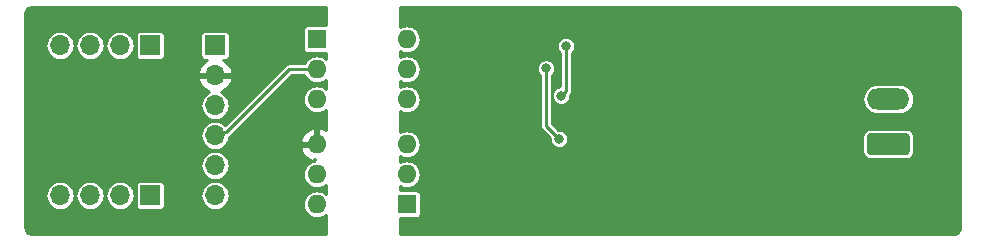
<source format=gbr>
G04 #@! TF.GenerationSoftware,KiCad,Pcbnew,5.1.4-e60b266~84~ubuntu18.04.1*
G04 #@! TF.CreationDate,2019-08-12T17:35:48+02:00*
G04 #@! TF.ProjectId,ebuzzz-adapter,6562757a-7a7a-42d6-9164-61707465722e,rev?*
G04 #@! TF.SameCoordinates,Original*
G04 #@! TF.FileFunction,Copper,L2,Bot*
G04 #@! TF.FilePolarity,Positive*
%FSLAX46Y46*%
G04 Gerber Fmt 4.6, Leading zero omitted, Abs format (unit mm)*
G04 Created by KiCad (PCBNEW 5.1.4-e60b266~84~ubuntu18.04.1) date 2019-08-12 17:35:48*
%MOMM*%
%LPD*%
G04 APERTURE LIST*
%ADD10R,1.700000X1.700000*%
%ADD11O,1.700000X1.700000*%
%ADD12C,0.100000*%
%ADD13C,1.800000*%
%ADD14O,3.600000X1.800000*%
%ADD15R,1.600000X1.600000*%
%ADD16O,1.600000X1.600000*%
%ADD17C,0.800000*%
%ADD18C,0.250000*%
%ADD19C,0.254000*%
G04 APERTURE END LIST*
D10*
X104000000Y-72644000D03*
D11*
X101460000Y-72644000D03*
X98920000Y-72644000D03*
X96380000Y-72644000D03*
X96380000Y-85344000D03*
X98920000Y-85344000D03*
X101460000Y-85344000D03*
D10*
X104000000Y-85344000D03*
X109500000Y-72644000D03*
D11*
X109500000Y-75184000D03*
X109500000Y-77724000D03*
X109500000Y-80264000D03*
X109500000Y-82804000D03*
X109500000Y-85344000D03*
D12*
G36*
X168074504Y-80101204D02*
G01*
X168098773Y-80104804D01*
X168122571Y-80110765D01*
X168145671Y-80119030D01*
X168167849Y-80129520D01*
X168188893Y-80142133D01*
X168208598Y-80156747D01*
X168226777Y-80173223D01*
X168243253Y-80191402D01*
X168257867Y-80211107D01*
X168270480Y-80232151D01*
X168280970Y-80254329D01*
X168289235Y-80277429D01*
X168295196Y-80301227D01*
X168298796Y-80325496D01*
X168300000Y-80350000D01*
X168300000Y-81650000D01*
X168298796Y-81674504D01*
X168295196Y-81698773D01*
X168289235Y-81722571D01*
X168280970Y-81745671D01*
X168270480Y-81767849D01*
X168257867Y-81788893D01*
X168243253Y-81808598D01*
X168226777Y-81826777D01*
X168208598Y-81843253D01*
X168188893Y-81857867D01*
X168167849Y-81870480D01*
X168145671Y-81880970D01*
X168122571Y-81889235D01*
X168098773Y-81895196D01*
X168074504Y-81898796D01*
X168050000Y-81900000D01*
X164950000Y-81900000D01*
X164925496Y-81898796D01*
X164901227Y-81895196D01*
X164877429Y-81889235D01*
X164854329Y-81880970D01*
X164832151Y-81870480D01*
X164811107Y-81857867D01*
X164791402Y-81843253D01*
X164773223Y-81826777D01*
X164756747Y-81808598D01*
X164742133Y-81788893D01*
X164729520Y-81767849D01*
X164719030Y-81745671D01*
X164710765Y-81722571D01*
X164704804Y-81698773D01*
X164701204Y-81674504D01*
X164700000Y-81650000D01*
X164700000Y-80350000D01*
X164701204Y-80325496D01*
X164704804Y-80301227D01*
X164710765Y-80277429D01*
X164719030Y-80254329D01*
X164729520Y-80232151D01*
X164742133Y-80211107D01*
X164756747Y-80191402D01*
X164773223Y-80173223D01*
X164791402Y-80156747D01*
X164811107Y-80142133D01*
X164832151Y-80129520D01*
X164854329Y-80119030D01*
X164877429Y-80110765D01*
X164901227Y-80104804D01*
X164925496Y-80101204D01*
X164950000Y-80100000D01*
X168050000Y-80100000D01*
X168074504Y-80101204D01*
X168074504Y-80101204D01*
G37*
D13*
X166500000Y-81000000D03*
D14*
X166500000Y-77190000D03*
D15*
X118110000Y-72136000D03*
D16*
X125730000Y-77216000D03*
X118110000Y-74676000D03*
X125730000Y-74676000D03*
X118110000Y-77216000D03*
X125730000Y-72136000D03*
X118110000Y-86106000D03*
X125730000Y-81026000D03*
X118110000Y-83566000D03*
X125730000Y-83566000D03*
X118110000Y-81026000D03*
D15*
X125730000Y-86106000D03*
D17*
X160750000Y-71500000D03*
X149800000Y-86400000D03*
X134600000Y-78800000D03*
X146650000Y-76490000D03*
X129350000Y-81300000D03*
X132400000Y-74650000D03*
X155800000Y-82300000D03*
X138800000Y-76900000D03*
X139199999Y-72700001D03*
X138640000Y-80590000D03*
X137510000Y-74600000D03*
D18*
X139199999Y-76500001D02*
X139199999Y-72700001D01*
X138800000Y-76900000D02*
X139199999Y-76500001D01*
X137510000Y-74600000D02*
X137510000Y-79460000D01*
X137510000Y-79460000D02*
X138640000Y-80590000D01*
X109220000Y-80010000D02*
X110440000Y-80010000D01*
X115774000Y-74676000D02*
X118110000Y-74676000D01*
X110440000Y-80010000D02*
X115774000Y-74676000D01*
D19*
G36*
X172114994Y-69419222D02*
G01*
X172225614Y-69452620D01*
X172327639Y-69506868D01*
X172417179Y-69579895D01*
X172490833Y-69668925D01*
X172545792Y-69770572D01*
X172579960Y-69880949D01*
X172594001Y-70014537D01*
X172594000Y-87980146D01*
X172580778Y-88114994D01*
X172547379Y-88225615D01*
X172493132Y-88327639D01*
X172420106Y-88417179D01*
X172331072Y-88490834D01*
X172229428Y-88545792D01*
X172119051Y-88579960D01*
X171985472Y-88594000D01*
X125127000Y-88594000D01*
X125127000Y-87288843D01*
X126530000Y-87288843D01*
X126604689Y-87281487D01*
X126676508Y-87259701D01*
X126742696Y-87224322D01*
X126800711Y-87176711D01*
X126848322Y-87118696D01*
X126883701Y-87052508D01*
X126905487Y-86980689D01*
X126912843Y-86906000D01*
X126912843Y-85306000D01*
X126905487Y-85231311D01*
X126883701Y-85159492D01*
X126848322Y-85093304D01*
X126800711Y-85035289D01*
X126742696Y-84987678D01*
X126676508Y-84952299D01*
X126604689Y-84930513D01*
X126530000Y-84923157D01*
X125127000Y-84923157D01*
X125127000Y-84582812D01*
X125275864Y-84662381D01*
X125498484Y-84729912D01*
X125671984Y-84747000D01*
X125788016Y-84747000D01*
X125961516Y-84729912D01*
X126184136Y-84662381D01*
X126389303Y-84552717D01*
X126569134Y-84405134D01*
X126716717Y-84225303D01*
X126826381Y-84020136D01*
X126893912Y-83797516D01*
X126916714Y-83566000D01*
X126893912Y-83334484D01*
X126826381Y-83111864D01*
X126716717Y-82906697D01*
X126569134Y-82726866D01*
X126389303Y-82579283D01*
X126184136Y-82469619D01*
X125961516Y-82402088D01*
X125788016Y-82385000D01*
X125671984Y-82385000D01*
X125498484Y-82402088D01*
X125275864Y-82469619D01*
X125127000Y-82549188D01*
X125127000Y-82042812D01*
X125275864Y-82122381D01*
X125498484Y-82189912D01*
X125671984Y-82207000D01*
X125788016Y-82207000D01*
X125961516Y-82189912D01*
X126184136Y-82122381D01*
X126389303Y-82012717D01*
X126569134Y-81865134D01*
X126716717Y-81685303D01*
X126826381Y-81480136D01*
X126893912Y-81257516D01*
X126916714Y-81026000D01*
X126893912Y-80794484D01*
X126826381Y-80571864D01*
X126716717Y-80366697D01*
X126569134Y-80186866D01*
X126389303Y-80039283D01*
X126184136Y-79929619D01*
X125961516Y-79862088D01*
X125788016Y-79845000D01*
X125671984Y-79845000D01*
X125498484Y-79862088D01*
X125275864Y-79929619D01*
X125127000Y-80009188D01*
X125127000Y-78232812D01*
X125275864Y-78312381D01*
X125498484Y-78379912D01*
X125671984Y-78397000D01*
X125788016Y-78397000D01*
X125961516Y-78379912D01*
X126184136Y-78312381D01*
X126389303Y-78202717D01*
X126569134Y-78055134D01*
X126716717Y-77875303D01*
X126826381Y-77670136D01*
X126893912Y-77447516D01*
X126916714Y-77216000D01*
X126893912Y-76984484D01*
X126826381Y-76761864D01*
X126716717Y-76556697D01*
X126569134Y-76376866D01*
X126389303Y-76229283D01*
X126184136Y-76119619D01*
X125961516Y-76052088D01*
X125788016Y-76035000D01*
X125671984Y-76035000D01*
X125498484Y-76052088D01*
X125275864Y-76119619D01*
X125127000Y-76199188D01*
X125127000Y-75692812D01*
X125275864Y-75772381D01*
X125498484Y-75839912D01*
X125671984Y-75857000D01*
X125788016Y-75857000D01*
X125961516Y-75839912D01*
X126184136Y-75772381D01*
X126389303Y-75662717D01*
X126569134Y-75515134D01*
X126716717Y-75335303D01*
X126826381Y-75130136D01*
X126893912Y-74907516D01*
X126916714Y-74676000D01*
X126901653Y-74523078D01*
X136729000Y-74523078D01*
X136729000Y-74676922D01*
X136759013Y-74827809D01*
X136817887Y-74969942D01*
X136903358Y-75097859D01*
X137004000Y-75198501D01*
X137004001Y-79435144D01*
X137001553Y-79460000D01*
X137011322Y-79559192D01*
X137040255Y-79654574D01*
X137040256Y-79654575D01*
X137087242Y-79742479D01*
X137150474Y-79819527D01*
X137169780Y-79835371D01*
X137859000Y-80524592D01*
X137859000Y-80666922D01*
X137889013Y-80817809D01*
X137947887Y-80959942D01*
X138033358Y-81087859D01*
X138142141Y-81196642D01*
X138270058Y-81282113D01*
X138412191Y-81340987D01*
X138563078Y-81371000D01*
X138716922Y-81371000D01*
X138867809Y-81340987D01*
X139009942Y-81282113D01*
X139137859Y-81196642D01*
X139246642Y-81087859D01*
X139332113Y-80959942D01*
X139390987Y-80817809D01*
X139421000Y-80666922D01*
X139421000Y-80513078D01*
X139390987Y-80362191D01*
X139385938Y-80350000D01*
X164317157Y-80350000D01*
X164317157Y-81650000D01*
X164329317Y-81773462D01*
X164365329Y-81892179D01*
X164423810Y-82001589D01*
X164502512Y-82097488D01*
X164598411Y-82176190D01*
X164707821Y-82234671D01*
X164826538Y-82270683D01*
X164950000Y-82282843D01*
X168050000Y-82282843D01*
X168173462Y-82270683D01*
X168292179Y-82234671D01*
X168401589Y-82176190D01*
X168497488Y-82097488D01*
X168576190Y-82001589D01*
X168634671Y-81892179D01*
X168670683Y-81773462D01*
X168682843Y-81650000D01*
X168682843Y-80350000D01*
X168670683Y-80226538D01*
X168634671Y-80107821D01*
X168576190Y-79998411D01*
X168497488Y-79902512D01*
X168401589Y-79823810D01*
X168292179Y-79765329D01*
X168173462Y-79729317D01*
X168050000Y-79717157D01*
X164950000Y-79717157D01*
X164826538Y-79729317D01*
X164707821Y-79765329D01*
X164598411Y-79823810D01*
X164502512Y-79902512D01*
X164423810Y-79998411D01*
X164365329Y-80107821D01*
X164329317Y-80226538D01*
X164317157Y-80350000D01*
X139385938Y-80350000D01*
X139332113Y-80220058D01*
X139246642Y-80092141D01*
X139137859Y-79983358D01*
X139009942Y-79897887D01*
X138867809Y-79839013D01*
X138716922Y-79809000D01*
X138574592Y-79809000D01*
X138016000Y-79250409D01*
X138016000Y-76823078D01*
X138019000Y-76823078D01*
X138019000Y-76976922D01*
X138049013Y-77127809D01*
X138107887Y-77269942D01*
X138193358Y-77397859D01*
X138302141Y-77506642D01*
X138430058Y-77592113D01*
X138572191Y-77650987D01*
X138723078Y-77681000D01*
X138876922Y-77681000D01*
X139027809Y-77650987D01*
X139169942Y-77592113D01*
X139297859Y-77506642D01*
X139406642Y-77397859D01*
X139492113Y-77269942D01*
X139525226Y-77190000D01*
X164312802Y-77190000D01*
X164337535Y-77441120D01*
X164410784Y-77682589D01*
X164529734Y-77905129D01*
X164689814Y-78100186D01*
X164884871Y-78260266D01*
X165107411Y-78379216D01*
X165348880Y-78452465D01*
X165537070Y-78471000D01*
X167462930Y-78471000D01*
X167651120Y-78452465D01*
X167892589Y-78379216D01*
X168115129Y-78260266D01*
X168310186Y-78100186D01*
X168470266Y-77905129D01*
X168589216Y-77682589D01*
X168662465Y-77441120D01*
X168687198Y-77190000D01*
X168662465Y-76938880D01*
X168589216Y-76697411D01*
X168470266Y-76474871D01*
X168310186Y-76279814D01*
X168115129Y-76119734D01*
X167892589Y-76000784D01*
X167651120Y-75927535D01*
X167462930Y-75909000D01*
X165537070Y-75909000D01*
X165348880Y-75927535D01*
X165107411Y-76000784D01*
X164884871Y-76119734D01*
X164689814Y-76279814D01*
X164529734Y-76474871D01*
X164410784Y-76697411D01*
X164337535Y-76938880D01*
X164312802Y-77190000D01*
X139525226Y-77190000D01*
X139550987Y-77127809D01*
X139581000Y-76976922D01*
X139581000Y-76833362D01*
X139622758Y-76782480D01*
X139669744Y-76694576D01*
X139698677Y-76599194D01*
X139705999Y-76524855D01*
X139705999Y-76524848D01*
X139708446Y-76500002D01*
X139705999Y-76475156D01*
X139705999Y-73298502D01*
X139806641Y-73197860D01*
X139892112Y-73069943D01*
X139950986Y-72927810D01*
X139980999Y-72776923D01*
X139980999Y-72623079D01*
X139950986Y-72472192D01*
X139892112Y-72330059D01*
X139806641Y-72202142D01*
X139697858Y-72093359D01*
X139569941Y-72007888D01*
X139427808Y-71949014D01*
X139276921Y-71919001D01*
X139123077Y-71919001D01*
X138972190Y-71949014D01*
X138830057Y-72007888D01*
X138702140Y-72093359D01*
X138593357Y-72202142D01*
X138507886Y-72330059D01*
X138449012Y-72472192D01*
X138418999Y-72623079D01*
X138418999Y-72776923D01*
X138449012Y-72927810D01*
X138507886Y-73069943D01*
X138593357Y-73197860D01*
X138694000Y-73298503D01*
X138693999Y-76124784D01*
X138572191Y-76149013D01*
X138430058Y-76207887D01*
X138302141Y-76293358D01*
X138193358Y-76402141D01*
X138107887Y-76530058D01*
X138049013Y-76672191D01*
X138019000Y-76823078D01*
X138016000Y-76823078D01*
X138016000Y-75198501D01*
X138116642Y-75097859D01*
X138202113Y-74969942D01*
X138260987Y-74827809D01*
X138291000Y-74676922D01*
X138291000Y-74523078D01*
X138260987Y-74372191D01*
X138202113Y-74230058D01*
X138116642Y-74102141D01*
X138007859Y-73993358D01*
X137879942Y-73907887D01*
X137737809Y-73849013D01*
X137586922Y-73819000D01*
X137433078Y-73819000D01*
X137282191Y-73849013D01*
X137140058Y-73907887D01*
X137012141Y-73993358D01*
X136903358Y-74102141D01*
X136817887Y-74230058D01*
X136759013Y-74372191D01*
X136729000Y-74523078D01*
X126901653Y-74523078D01*
X126893912Y-74444484D01*
X126826381Y-74221864D01*
X126716717Y-74016697D01*
X126569134Y-73836866D01*
X126389303Y-73689283D01*
X126184136Y-73579619D01*
X125961516Y-73512088D01*
X125788016Y-73495000D01*
X125671984Y-73495000D01*
X125498484Y-73512088D01*
X125275864Y-73579619D01*
X125127000Y-73659188D01*
X125127000Y-73152812D01*
X125275864Y-73232381D01*
X125498484Y-73299912D01*
X125671984Y-73317000D01*
X125788016Y-73317000D01*
X125961516Y-73299912D01*
X126184136Y-73232381D01*
X126389303Y-73122717D01*
X126569134Y-72975134D01*
X126716717Y-72795303D01*
X126826381Y-72590136D01*
X126893912Y-72367516D01*
X126916714Y-72136000D01*
X126893912Y-71904484D01*
X126826381Y-71681864D01*
X126716717Y-71476697D01*
X126569134Y-71296866D01*
X126389303Y-71149283D01*
X126184136Y-71039619D01*
X125961516Y-70972088D01*
X125788016Y-70955000D01*
X125671984Y-70955000D01*
X125498484Y-70972088D01*
X125275864Y-71039619D01*
X125127000Y-71119188D01*
X125127000Y-69406000D01*
X171980146Y-69406000D01*
X172114994Y-69419222D01*
X172114994Y-69419222D01*
G37*
X172114994Y-69419222D02*
X172225614Y-69452620D01*
X172327639Y-69506868D01*
X172417179Y-69579895D01*
X172490833Y-69668925D01*
X172545792Y-69770572D01*
X172579960Y-69880949D01*
X172594001Y-70014537D01*
X172594000Y-87980146D01*
X172580778Y-88114994D01*
X172547379Y-88225615D01*
X172493132Y-88327639D01*
X172420106Y-88417179D01*
X172331072Y-88490834D01*
X172229428Y-88545792D01*
X172119051Y-88579960D01*
X171985472Y-88594000D01*
X125127000Y-88594000D01*
X125127000Y-87288843D01*
X126530000Y-87288843D01*
X126604689Y-87281487D01*
X126676508Y-87259701D01*
X126742696Y-87224322D01*
X126800711Y-87176711D01*
X126848322Y-87118696D01*
X126883701Y-87052508D01*
X126905487Y-86980689D01*
X126912843Y-86906000D01*
X126912843Y-85306000D01*
X126905487Y-85231311D01*
X126883701Y-85159492D01*
X126848322Y-85093304D01*
X126800711Y-85035289D01*
X126742696Y-84987678D01*
X126676508Y-84952299D01*
X126604689Y-84930513D01*
X126530000Y-84923157D01*
X125127000Y-84923157D01*
X125127000Y-84582812D01*
X125275864Y-84662381D01*
X125498484Y-84729912D01*
X125671984Y-84747000D01*
X125788016Y-84747000D01*
X125961516Y-84729912D01*
X126184136Y-84662381D01*
X126389303Y-84552717D01*
X126569134Y-84405134D01*
X126716717Y-84225303D01*
X126826381Y-84020136D01*
X126893912Y-83797516D01*
X126916714Y-83566000D01*
X126893912Y-83334484D01*
X126826381Y-83111864D01*
X126716717Y-82906697D01*
X126569134Y-82726866D01*
X126389303Y-82579283D01*
X126184136Y-82469619D01*
X125961516Y-82402088D01*
X125788016Y-82385000D01*
X125671984Y-82385000D01*
X125498484Y-82402088D01*
X125275864Y-82469619D01*
X125127000Y-82549188D01*
X125127000Y-82042812D01*
X125275864Y-82122381D01*
X125498484Y-82189912D01*
X125671984Y-82207000D01*
X125788016Y-82207000D01*
X125961516Y-82189912D01*
X126184136Y-82122381D01*
X126389303Y-82012717D01*
X126569134Y-81865134D01*
X126716717Y-81685303D01*
X126826381Y-81480136D01*
X126893912Y-81257516D01*
X126916714Y-81026000D01*
X126893912Y-80794484D01*
X126826381Y-80571864D01*
X126716717Y-80366697D01*
X126569134Y-80186866D01*
X126389303Y-80039283D01*
X126184136Y-79929619D01*
X125961516Y-79862088D01*
X125788016Y-79845000D01*
X125671984Y-79845000D01*
X125498484Y-79862088D01*
X125275864Y-79929619D01*
X125127000Y-80009188D01*
X125127000Y-78232812D01*
X125275864Y-78312381D01*
X125498484Y-78379912D01*
X125671984Y-78397000D01*
X125788016Y-78397000D01*
X125961516Y-78379912D01*
X126184136Y-78312381D01*
X126389303Y-78202717D01*
X126569134Y-78055134D01*
X126716717Y-77875303D01*
X126826381Y-77670136D01*
X126893912Y-77447516D01*
X126916714Y-77216000D01*
X126893912Y-76984484D01*
X126826381Y-76761864D01*
X126716717Y-76556697D01*
X126569134Y-76376866D01*
X126389303Y-76229283D01*
X126184136Y-76119619D01*
X125961516Y-76052088D01*
X125788016Y-76035000D01*
X125671984Y-76035000D01*
X125498484Y-76052088D01*
X125275864Y-76119619D01*
X125127000Y-76199188D01*
X125127000Y-75692812D01*
X125275864Y-75772381D01*
X125498484Y-75839912D01*
X125671984Y-75857000D01*
X125788016Y-75857000D01*
X125961516Y-75839912D01*
X126184136Y-75772381D01*
X126389303Y-75662717D01*
X126569134Y-75515134D01*
X126716717Y-75335303D01*
X126826381Y-75130136D01*
X126893912Y-74907516D01*
X126916714Y-74676000D01*
X126901653Y-74523078D01*
X136729000Y-74523078D01*
X136729000Y-74676922D01*
X136759013Y-74827809D01*
X136817887Y-74969942D01*
X136903358Y-75097859D01*
X137004000Y-75198501D01*
X137004001Y-79435144D01*
X137001553Y-79460000D01*
X137011322Y-79559192D01*
X137040255Y-79654574D01*
X137040256Y-79654575D01*
X137087242Y-79742479D01*
X137150474Y-79819527D01*
X137169780Y-79835371D01*
X137859000Y-80524592D01*
X137859000Y-80666922D01*
X137889013Y-80817809D01*
X137947887Y-80959942D01*
X138033358Y-81087859D01*
X138142141Y-81196642D01*
X138270058Y-81282113D01*
X138412191Y-81340987D01*
X138563078Y-81371000D01*
X138716922Y-81371000D01*
X138867809Y-81340987D01*
X139009942Y-81282113D01*
X139137859Y-81196642D01*
X139246642Y-81087859D01*
X139332113Y-80959942D01*
X139390987Y-80817809D01*
X139421000Y-80666922D01*
X139421000Y-80513078D01*
X139390987Y-80362191D01*
X139385938Y-80350000D01*
X164317157Y-80350000D01*
X164317157Y-81650000D01*
X164329317Y-81773462D01*
X164365329Y-81892179D01*
X164423810Y-82001589D01*
X164502512Y-82097488D01*
X164598411Y-82176190D01*
X164707821Y-82234671D01*
X164826538Y-82270683D01*
X164950000Y-82282843D01*
X168050000Y-82282843D01*
X168173462Y-82270683D01*
X168292179Y-82234671D01*
X168401589Y-82176190D01*
X168497488Y-82097488D01*
X168576190Y-82001589D01*
X168634671Y-81892179D01*
X168670683Y-81773462D01*
X168682843Y-81650000D01*
X168682843Y-80350000D01*
X168670683Y-80226538D01*
X168634671Y-80107821D01*
X168576190Y-79998411D01*
X168497488Y-79902512D01*
X168401589Y-79823810D01*
X168292179Y-79765329D01*
X168173462Y-79729317D01*
X168050000Y-79717157D01*
X164950000Y-79717157D01*
X164826538Y-79729317D01*
X164707821Y-79765329D01*
X164598411Y-79823810D01*
X164502512Y-79902512D01*
X164423810Y-79998411D01*
X164365329Y-80107821D01*
X164329317Y-80226538D01*
X164317157Y-80350000D01*
X139385938Y-80350000D01*
X139332113Y-80220058D01*
X139246642Y-80092141D01*
X139137859Y-79983358D01*
X139009942Y-79897887D01*
X138867809Y-79839013D01*
X138716922Y-79809000D01*
X138574592Y-79809000D01*
X138016000Y-79250409D01*
X138016000Y-76823078D01*
X138019000Y-76823078D01*
X138019000Y-76976922D01*
X138049013Y-77127809D01*
X138107887Y-77269942D01*
X138193358Y-77397859D01*
X138302141Y-77506642D01*
X138430058Y-77592113D01*
X138572191Y-77650987D01*
X138723078Y-77681000D01*
X138876922Y-77681000D01*
X139027809Y-77650987D01*
X139169942Y-77592113D01*
X139297859Y-77506642D01*
X139406642Y-77397859D01*
X139492113Y-77269942D01*
X139525226Y-77190000D01*
X164312802Y-77190000D01*
X164337535Y-77441120D01*
X164410784Y-77682589D01*
X164529734Y-77905129D01*
X164689814Y-78100186D01*
X164884871Y-78260266D01*
X165107411Y-78379216D01*
X165348880Y-78452465D01*
X165537070Y-78471000D01*
X167462930Y-78471000D01*
X167651120Y-78452465D01*
X167892589Y-78379216D01*
X168115129Y-78260266D01*
X168310186Y-78100186D01*
X168470266Y-77905129D01*
X168589216Y-77682589D01*
X168662465Y-77441120D01*
X168687198Y-77190000D01*
X168662465Y-76938880D01*
X168589216Y-76697411D01*
X168470266Y-76474871D01*
X168310186Y-76279814D01*
X168115129Y-76119734D01*
X167892589Y-76000784D01*
X167651120Y-75927535D01*
X167462930Y-75909000D01*
X165537070Y-75909000D01*
X165348880Y-75927535D01*
X165107411Y-76000784D01*
X164884871Y-76119734D01*
X164689814Y-76279814D01*
X164529734Y-76474871D01*
X164410784Y-76697411D01*
X164337535Y-76938880D01*
X164312802Y-77190000D01*
X139525226Y-77190000D01*
X139550987Y-77127809D01*
X139581000Y-76976922D01*
X139581000Y-76833362D01*
X139622758Y-76782480D01*
X139669744Y-76694576D01*
X139698677Y-76599194D01*
X139705999Y-76524855D01*
X139705999Y-76524848D01*
X139708446Y-76500002D01*
X139705999Y-76475156D01*
X139705999Y-73298502D01*
X139806641Y-73197860D01*
X139892112Y-73069943D01*
X139950986Y-72927810D01*
X139980999Y-72776923D01*
X139980999Y-72623079D01*
X139950986Y-72472192D01*
X139892112Y-72330059D01*
X139806641Y-72202142D01*
X139697858Y-72093359D01*
X139569941Y-72007888D01*
X139427808Y-71949014D01*
X139276921Y-71919001D01*
X139123077Y-71919001D01*
X138972190Y-71949014D01*
X138830057Y-72007888D01*
X138702140Y-72093359D01*
X138593357Y-72202142D01*
X138507886Y-72330059D01*
X138449012Y-72472192D01*
X138418999Y-72623079D01*
X138418999Y-72776923D01*
X138449012Y-72927810D01*
X138507886Y-73069943D01*
X138593357Y-73197860D01*
X138694000Y-73298503D01*
X138693999Y-76124784D01*
X138572191Y-76149013D01*
X138430058Y-76207887D01*
X138302141Y-76293358D01*
X138193358Y-76402141D01*
X138107887Y-76530058D01*
X138049013Y-76672191D01*
X138019000Y-76823078D01*
X138016000Y-76823078D01*
X138016000Y-75198501D01*
X138116642Y-75097859D01*
X138202113Y-74969942D01*
X138260987Y-74827809D01*
X138291000Y-74676922D01*
X138291000Y-74523078D01*
X138260987Y-74372191D01*
X138202113Y-74230058D01*
X138116642Y-74102141D01*
X138007859Y-73993358D01*
X137879942Y-73907887D01*
X137737809Y-73849013D01*
X137586922Y-73819000D01*
X137433078Y-73819000D01*
X137282191Y-73849013D01*
X137140058Y-73907887D01*
X137012141Y-73993358D01*
X136903358Y-74102141D01*
X136817887Y-74230058D01*
X136759013Y-74372191D01*
X136729000Y-74523078D01*
X126901653Y-74523078D01*
X126893912Y-74444484D01*
X126826381Y-74221864D01*
X126716717Y-74016697D01*
X126569134Y-73836866D01*
X126389303Y-73689283D01*
X126184136Y-73579619D01*
X125961516Y-73512088D01*
X125788016Y-73495000D01*
X125671984Y-73495000D01*
X125498484Y-73512088D01*
X125275864Y-73579619D01*
X125127000Y-73659188D01*
X125127000Y-73152812D01*
X125275864Y-73232381D01*
X125498484Y-73299912D01*
X125671984Y-73317000D01*
X125788016Y-73317000D01*
X125961516Y-73299912D01*
X126184136Y-73232381D01*
X126389303Y-73122717D01*
X126569134Y-72975134D01*
X126716717Y-72795303D01*
X126826381Y-72590136D01*
X126893912Y-72367516D01*
X126916714Y-72136000D01*
X126893912Y-71904484D01*
X126826381Y-71681864D01*
X126716717Y-71476697D01*
X126569134Y-71296866D01*
X126389303Y-71149283D01*
X126184136Y-71039619D01*
X125961516Y-70972088D01*
X125788016Y-70955000D01*
X125671984Y-70955000D01*
X125498484Y-70972088D01*
X125275864Y-71039619D01*
X125127000Y-71119188D01*
X125127000Y-69406000D01*
X171980146Y-69406000D01*
X172114994Y-69419222D01*
G36*
X118873000Y-70953157D02*
G01*
X117310000Y-70953157D01*
X117235311Y-70960513D01*
X117163492Y-70982299D01*
X117097304Y-71017678D01*
X117039289Y-71065289D01*
X116991678Y-71123304D01*
X116956299Y-71189492D01*
X116934513Y-71261311D01*
X116927157Y-71336000D01*
X116927157Y-72936000D01*
X116934513Y-73010689D01*
X116956299Y-73082508D01*
X116991678Y-73148696D01*
X117039289Y-73206711D01*
X117097304Y-73254322D01*
X117163492Y-73289701D01*
X117235311Y-73311487D01*
X117310000Y-73318843D01*
X118873000Y-73318843D01*
X118873000Y-73774385D01*
X118769303Y-73689283D01*
X118564136Y-73579619D01*
X118341516Y-73512088D01*
X118168016Y-73495000D01*
X118051984Y-73495000D01*
X117878484Y-73512088D01*
X117655864Y-73579619D01*
X117450697Y-73689283D01*
X117270866Y-73836866D01*
X117123283Y-74016697D01*
X117041341Y-74170000D01*
X115798845Y-74170000D01*
X115773999Y-74167553D01*
X115749153Y-74170000D01*
X115749146Y-74170000D01*
X115684694Y-74176348D01*
X115674806Y-74177322D01*
X115579425Y-74206255D01*
X115491521Y-74253241D01*
X115414473Y-74316473D01*
X115398628Y-74335780D01*
X110358407Y-79376002D01*
X110187216Y-79235509D01*
X109973363Y-79121202D01*
X109741318Y-79050812D01*
X109560472Y-79033000D01*
X109439528Y-79033000D01*
X109258682Y-79050812D01*
X109026637Y-79121202D01*
X108812784Y-79235509D01*
X108625340Y-79389340D01*
X108471509Y-79576784D01*
X108357202Y-79790637D01*
X108286812Y-80022682D01*
X108263044Y-80264000D01*
X108286812Y-80505318D01*
X108357202Y-80737363D01*
X108471509Y-80951216D01*
X108625340Y-81138660D01*
X108812784Y-81292491D01*
X109026637Y-81406798D01*
X109258682Y-81477188D01*
X109439528Y-81495000D01*
X109560472Y-81495000D01*
X109741318Y-81477188D01*
X109973363Y-81406798D01*
X110187216Y-81292491D01*
X110374660Y-81138660D01*
X110528491Y-80951216D01*
X110642798Y-80737363D01*
X110661120Y-80676961D01*
X116718096Y-80676961D01*
X116840085Y-80899000D01*
X117983000Y-80899000D01*
X117983000Y-79755376D01*
X117760960Y-79634091D01*
X117496119Y-79728930D01*
X117254869Y-79873615D01*
X117046481Y-80062586D01*
X116878963Y-80288580D01*
X116758754Y-80542913D01*
X116718096Y-80676961D01*
X110661120Y-80676961D01*
X110713188Y-80505318D01*
X110720215Y-80433969D01*
X110722479Y-80432759D01*
X110799527Y-80369527D01*
X110815376Y-80350215D01*
X115983592Y-75182000D01*
X117041341Y-75182000D01*
X117123283Y-75335303D01*
X117270866Y-75515134D01*
X117450697Y-75662717D01*
X117655864Y-75772381D01*
X117878484Y-75839912D01*
X118051984Y-75857000D01*
X118168016Y-75857000D01*
X118341516Y-75839912D01*
X118564136Y-75772381D01*
X118769303Y-75662717D01*
X118873000Y-75577615D01*
X118873000Y-76314385D01*
X118769303Y-76229283D01*
X118564136Y-76119619D01*
X118341516Y-76052088D01*
X118168016Y-76035000D01*
X118051984Y-76035000D01*
X117878484Y-76052088D01*
X117655864Y-76119619D01*
X117450697Y-76229283D01*
X117270866Y-76376866D01*
X117123283Y-76556697D01*
X117013619Y-76761864D01*
X116946088Y-76984484D01*
X116923286Y-77216000D01*
X116946088Y-77447516D01*
X117013619Y-77670136D01*
X117123283Y-77875303D01*
X117270866Y-78055134D01*
X117450697Y-78202717D01*
X117655864Y-78312381D01*
X117878484Y-78379912D01*
X118051984Y-78397000D01*
X118168016Y-78397000D01*
X118341516Y-78379912D01*
X118564136Y-78312381D01*
X118769303Y-78202717D01*
X118873000Y-78117615D01*
X118873000Y-79818361D01*
X118723881Y-79728930D01*
X118459040Y-79634091D01*
X118237000Y-79755376D01*
X118237000Y-80899000D01*
X118257000Y-80899000D01*
X118257000Y-81153000D01*
X118237000Y-81153000D01*
X118237000Y-81173000D01*
X117983000Y-81173000D01*
X117983000Y-81153000D01*
X116840085Y-81153000D01*
X116718096Y-81375039D01*
X116758754Y-81509087D01*
X116878963Y-81763420D01*
X117046481Y-81989414D01*
X117254869Y-82178385D01*
X117496119Y-82323070D01*
X117760960Y-82417909D01*
X117982998Y-82296625D01*
X117982998Y-82391794D01*
X117878484Y-82402088D01*
X117655864Y-82469619D01*
X117450697Y-82579283D01*
X117270866Y-82726866D01*
X117123283Y-82906697D01*
X117013619Y-83111864D01*
X116946088Y-83334484D01*
X116923286Y-83566000D01*
X116946088Y-83797516D01*
X117013619Y-84020136D01*
X117123283Y-84225303D01*
X117270866Y-84405134D01*
X117450697Y-84552717D01*
X117655864Y-84662381D01*
X117878484Y-84729912D01*
X118051984Y-84747000D01*
X118168016Y-84747000D01*
X118341516Y-84729912D01*
X118564136Y-84662381D01*
X118769303Y-84552717D01*
X118873000Y-84467615D01*
X118873000Y-85204385D01*
X118769303Y-85119283D01*
X118564136Y-85009619D01*
X118341516Y-84942088D01*
X118168016Y-84925000D01*
X118051984Y-84925000D01*
X117878484Y-84942088D01*
X117655864Y-85009619D01*
X117450697Y-85119283D01*
X117270866Y-85266866D01*
X117123283Y-85446697D01*
X117013619Y-85651864D01*
X116946088Y-85874484D01*
X116923286Y-86106000D01*
X116946088Y-86337516D01*
X117013619Y-86560136D01*
X117123283Y-86765303D01*
X117270866Y-86945134D01*
X117450697Y-87092717D01*
X117655864Y-87202381D01*
X117878484Y-87269912D01*
X118051984Y-87287000D01*
X118168016Y-87287000D01*
X118341516Y-87269912D01*
X118564136Y-87202381D01*
X118769303Y-87092717D01*
X118873000Y-87007615D01*
X118873000Y-88594000D01*
X94019854Y-88594000D01*
X93885006Y-88580778D01*
X93774385Y-88547379D01*
X93672361Y-88493132D01*
X93582821Y-88420106D01*
X93509166Y-88331072D01*
X93454208Y-88229428D01*
X93420040Y-88119051D01*
X93406000Y-87985472D01*
X93406000Y-85344000D01*
X95143044Y-85344000D01*
X95166812Y-85585318D01*
X95237202Y-85817363D01*
X95351509Y-86031216D01*
X95505340Y-86218660D01*
X95692784Y-86372491D01*
X95906637Y-86486798D01*
X96138682Y-86557188D01*
X96319528Y-86575000D01*
X96440472Y-86575000D01*
X96621318Y-86557188D01*
X96853363Y-86486798D01*
X97067216Y-86372491D01*
X97254660Y-86218660D01*
X97408491Y-86031216D01*
X97522798Y-85817363D01*
X97593188Y-85585318D01*
X97616956Y-85344000D01*
X97683044Y-85344000D01*
X97706812Y-85585318D01*
X97777202Y-85817363D01*
X97891509Y-86031216D01*
X98045340Y-86218660D01*
X98232784Y-86372491D01*
X98446637Y-86486798D01*
X98678682Y-86557188D01*
X98859528Y-86575000D01*
X98980472Y-86575000D01*
X99161318Y-86557188D01*
X99393363Y-86486798D01*
X99607216Y-86372491D01*
X99794660Y-86218660D01*
X99948491Y-86031216D01*
X100062798Y-85817363D01*
X100133188Y-85585318D01*
X100156956Y-85344000D01*
X100223044Y-85344000D01*
X100246812Y-85585318D01*
X100317202Y-85817363D01*
X100431509Y-86031216D01*
X100585340Y-86218660D01*
X100772784Y-86372491D01*
X100986637Y-86486798D01*
X101218682Y-86557188D01*
X101399528Y-86575000D01*
X101520472Y-86575000D01*
X101701318Y-86557188D01*
X101933363Y-86486798D01*
X102147216Y-86372491D01*
X102334660Y-86218660D01*
X102488491Y-86031216D01*
X102602798Y-85817363D01*
X102673188Y-85585318D01*
X102696956Y-85344000D01*
X102673188Y-85102682D01*
X102602798Y-84870637D01*
X102488491Y-84656784D01*
X102354898Y-84494000D01*
X102767157Y-84494000D01*
X102767157Y-86194000D01*
X102774513Y-86268689D01*
X102796299Y-86340508D01*
X102831678Y-86406696D01*
X102879289Y-86464711D01*
X102937304Y-86512322D01*
X103003492Y-86547701D01*
X103075311Y-86569487D01*
X103150000Y-86576843D01*
X104850000Y-86576843D01*
X104924689Y-86569487D01*
X104996508Y-86547701D01*
X105062696Y-86512322D01*
X105120711Y-86464711D01*
X105168322Y-86406696D01*
X105203701Y-86340508D01*
X105225487Y-86268689D01*
X105232843Y-86194000D01*
X105232843Y-85344000D01*
X108263044Y-85344000D01*
X108286812Y-85585318D01*
X108357202Y-85817363D01*
X108471509Y-86031216D01*
X108625340Y-86218660D01*
X108812784Y-86372491D01*
X109026637Y-86486798D01*
X109258682Y-86557188D01*
X109439528Y-86575000D01*
X109560472Y-86575000D01*
X109741318Y-86557188D01*
X109973363Y-86486798D01*
X110187216Y-86372491D01*
X110374660Y-86218660D01*
X110528491Y-86031216D01*
X110642798Y-85817363D01*
X110713188Y-85585318D01*
X110736956Y-85344000D01*
X110713188Y-85102682D01*
X110642798Y-84870637D01*
X110528491Y-84656784D01*
X110374660Y-84469340D01*
X110187216Y-84315509D01*
X109973363Y-84201202D01*
X109741318Y-84130812D01*
X109560472Y-84113000D01*
X109439528Y-84113000D01*
X109258682Y-84130812D01*
X109026637Y-84201202D01*
X108812784Y-84315509D01*
X108625340Y-84469340D01*
X108471509Y-84656784D01*
X108357202Y-84870637D01*
X108286812Y-85102682D01*
X108263044Y-85344000D01*
X105232843Y-85344000D01*
X105232843Y-84494000D01*
X105225487Y-84419311D01*
X105203701Y-84347492D01*
X105168322Y-84281304D01*
X105120711Y-84223289D01*
X105062696Y-84175678D01*
X104996508Y-84140299D01*
X104924689Y-84118513D01*
X104850000Y-84111157D01*
X103150000Y-84111157D01*
X103075311Y-84118513D01*
X103003492Y-84140299D01*
X102937304Y-84175678D01*
X102879289Y-84223289D01*
X102831678Y-84281304D01*
X102796299Y-84347492D01*
X102774513Y-84419311D01*
X102767157Y-84494000D01*
X102354898Y-84494000D01*
X102334660Y-84469340D01*
X102147216Y-84315509D01*
X101933363Y-84201202D01*
X101701318Y-84130812D01*
X101520472Y-84113000D01*
X101399528Y-84113000D01*
X101218682Y-84130812D01*
X100986637Y-84201202D01*
X100772784Y-84315509D01*
X100585340Y-84469340D01*
X100431509Y-84656784D01*
X100317202Y-84870637D01*
X100246812Y-85102682D01*
X100223044Y-85344000D01*
X100156956Y-85344000D01*
X100133188Y-85102682D01*
X100062798Y-84870637D01*
X99948491Y-84656784D01*
X99794660Y-84469340D01*
X99607216Y-84315509D01*
X99393363Y-84201202D01*
X99161318Y-84130812D01*
X98980472Y-84113000D01*
X98859528Y-84113000D01*
X98678682Y-84130812D01*
X98446637Y-84201202D01*
X98232784Y-84315509D01*
X98045340Y-84469340D01*
X97891509Y-84656784D01*
X97777202Y-84870637D01*
X97706812Y-85102682D01*
X97683044Y-85344000D01*
X97616956Y-85344000D01*
X97593188Y-85102682D01*
X97522798Y-84870637D01*
X97408491Y-84656784D01*
X97254660Y-84469340D01*
X97067216Y-84315509D01*
X96853363Y-84201202D01*
X96621318Y-84130812D01*
X96440472Y-84113000D01*
X96319528Y-84113000D01*
X96138682Y-84130812D01*
X95906637Y-84201202D01*
X95692784Y-84315509D01*
X95505340Y-84469340D01*
X95351509Y-84656784D01*
X95237202Y-84870637D01*
X95166812Y-85102682D01*
X95143044Y-85344000D01*
X93406000Y-85344000D01*
X93406000Y-82804000D01*
X108263044Y-82804000D01*
X108286812Y-83045318D01*
X108357202Y-83277363D01*
X108471509Y-83491216D01*
X108625340Y-83678660D01*
X108812784Y-83832491D01*
X109026637Y-83946798D01*
X109258682Y-84017188D01*
X109439528Y-84035000D01*
X109560472Y-84035000D01*
X109741318Y-84017188D01*
X109973363Y-83946798D01*
X110187216Y-83832491D01*
X110374660Y-83678660D01*
X110528491Y-83491216D01*
X110642798Y-83277363D01*
X110713188Y-83045318D01*
X110736956Y-82804000D01*
X110713188Y-82562682D01*
X110642798Y-82330637D01*
X110528491Y-82116784D01*
X110374660Y-81929340D01*
X110187216Y-81775509D01*
X109973363Y-81661202D01*
X109741318Y-81590812D01*
X109560472Y-81573000D01*
X109439528Y-81573000D01*
X109258682Y-81590812D01*
X109026637Y-81661202D01*
X108812784Y-81775509D01*
X108625340Y-81929340D01*
X108471509Y-82116784D01*
X108357202Y-82330637D01*
X108286812Y-82562682D01*
X108263044Y-82804000D01*
X93406000Y-82804000D01*
X93406000Y-75540890D01*
X108058524Y-75540890D01*
X108103175Y-75688099D01*
X108228359Y-75950920D01*
X108402412Y-76184269D01*
X108618645Y-76379178D01*
X108868748Y-76528157D01*
X109023305Y-76582983D01*
X108812784Y-76695509D01*
X108625340Y-76849340D01*
X108471509Y-77036784D01*
X108357202Y-77250637D01*
X108286812Y-77482682D01*
X108263044Y-77724000D01*
X108286812Y-77965318D01*
X108357202Y-78197363D01*
X108471509Y-78411216D01*
X108625340Y-78598660D01*
X108812784Y-78752491D01*
X109026637Y-78866798D01*
X109258682Y-78937188D01*
X109439528Y-78955000D01*
X109560472Y-78955000D01*
X109741318Y-78937188D01*
X109973363Y-78866798D01*
X110187216Y-78752491D01*
X110374660Y-78598660D01*
X110528491Y-78411216D01*
X110642798Y-78197363D01*
X110713188Y-77965318D01*
X110736956Y-77724000D01*
X110713188Y-77482682D01*
X110642798Y-77250637D01*
X110528491Y-77036784D01*
X110374660Y-76849340D01*
X110187216Y-76695509D01*
X109976695Y-76582983D01*
X110131252Y-76528157D01*
X110381355Y-76379178D01*
X110597588Y-76184269D01*
X110771641Y-75950920D01*
X110896825Y-75688099D01*
X110941476Y-75540890D01*
X110820155Y-75311000D01*
X109627000Y-75311000D01*
X109627000Y-75331000D01*
X109373000Y-75331000D01*
X109373000Y-75311000D01*
X108179845Y-75311000D01*
X108058524Y-75540890D01*
X93406000Y-75540890D01*
X93406000Y-74827110D01*
X108058524Y-74827110D01*
X108179845Y-75057000D01*
X109373000Y-75057000D01*
X109373000Y-75037000D01*
X109627000Y-75037000D01*
X109627000Y-75057000D01*
X110820155Y-75057000D01*
X110941476Y-74827110D01*
X110896825Y-74679901D01*
X110771641Y-74417080D01*
X110597588Y-74183731D01*
X110381355Y-73988822D01*
X110193367Y-73876843D01*
X110350000Y-73876843D01*
X110424689Y-73869487D01*
X110496508Y-73847701D01*
X110562696Y-73812322D01*
X110620711Y-73764711D01*
X110668322Y-73706696D01*
X110703701Y-73640508D01*
X110725487Y-73568689D01*
X110732843Y-73494000D01*
X110732843Y-71794000D01*
X110725487Y-71719311D01*
X110703701Y-71647492D01*
X110668322Y-71581304D01*
X110620711Y-71523289D01*
X110562696Y-71475678D01*
X110496508Y-71440299D01*
X110424689Y-71418513D01*
X110350000Y-71411157D01*
X108650000Y-71411157D01*
X108575311Y-71418513D01*
X108503492Y-71440299D01*
X108437304Y-71475678D01*
X108379289Y-71523289D01*
X108331678Y-71581304D01*
X108296299Y-71647492D01*
X108274513Y-71719311D01*
X108267157Y-71794000D01*
X108267157Y-73494000D01*
X108274513Y-73568689D01*
X108296299Y-73640508D01*
X108331678Y-73706696D01*
X108379289Y-73764711D01*
X108437304Y-73812322D01*
X108503492Y-73847701D01*
X108575311Y-73869487D01*
X108650000Y-73876843D01*
X108806633Y-73876843D01*
X108618645Y-73988822D01*
X108402412Y-74183731D01*
X108228359Y-74417080D01*
X108103175Y-74679901D01*
X108058524Y-74827110D01*
X93406000Y-74827110D01*
X93406000Y-72644000D01*
X95143044Y-72644000D01*
X95166812Y-72885318D01*
X95237202Y-73117363D01*
X95351509Y-73331216D01*
X95505340Y-73518660D01*
X95692784Y-73672491D01*
X95906637Y-73786798D01*
X96138682Y-73857188D01*
X96319528Y-73875000D01*
X96440472Y-73875000D01*
X96621318Y-73857188D01*
X96853363Y-73786798D01*
X97067216Y-73672491D01*
X97254660Y-73518660D01*
X97408491Y-73331216D01*
X97522798Y-73117363D01*
X97593188Y-72885318D01*
X97616956Y-72644000D01*
X97683044Y-72644000D01*
X97706812Y-72885318D01*
X97777202Y-73117363D01*
X97891509Y-73331216D01*
X98045340Y-73518660D01*
X98232784Y-73672491D01*
X98446637Y-73786798D01*
X98678682Y-73857188D01*
X98859528Y-73875000D01*
X98980472Y-73875000D01*
X99161318Y-73857188D01*
X99393363Y-73786798D01*
X99607216Y-73672491D01*
X99794660Y-73518660D01*
X99948491Y-73331216D01*
X100062798Y-73117363D01*
X100133188Y-72885318D01*
X100156956Y-72644000D01*
X100223044Y-72644000D01*
X100246812Y-72885318D01*
X100317202Y-73117363D01*
X100431509Y-73331216D01*
X100585340Y-73518660D01*
X100772784Y-73672491D01*
X100986637Y-73786798D01*
X101218682Y-73857188D01*
X101399528Y-73875000D01*
X101520472Y-73875000D01*
X101701318Y-73857188D01*
X101933363Y-73786798D01*
X102147216Y-73672491D01*
X102334660Y-73518660D01*
X102488491Y-73331216D01*
X102602798Y-73117363D01*
X102673188Y-72885318D01*
X102696956Y-72644000D01*
X102673188Y-72402682D01*
X102602798Y-72170637D01*
X102488491Y-71956784D01*
X102354898Y-71794000D01*
X102767157Y-71794000D01*
X102767157Y-73494000D01*
X102774513Y-73568689D01*
X102796299Y-73640508D01*
X102831678Y-73706696D01*
X102879289Y-73764711D01*
X102937304Y-73812322D01*
X103003492Y-73847701D01*
X103075311Y-73869487D01*
X103150000Y-73876843D01*
X104850000Y-73876843D01*
X104924689Y-73869487D01*
X104996508Y-73847701D01*
X105062696Y-73812322D01*
X105120711Y-73764711D01*
X105168322Y-73706696D01*
X105203701Y-73640508D01*
X105225487Y-73568689D01*
X105232843Y-73494000D01*
X105232843Y-71794000D01*
X105225487Y-71719311D01*
X105203701Y-71647492D01*
X105168322Y-71581304D01*
X105120711Y-71523289D01*
X105062696Y-71475678D01*
X104996508Y-71440299D01*
X104924689Y-71418513D01*
X104850000Y-71411157D01*
X103150000Y-71411157D01*
X103075311Y-71418513D01*
X103003492Y-71440299D01*
X102937304Y-71475678D01*
X102879289Y-71523289D01*
X102831678Y-71581304D01*
X102796299Y-71647492D01*
X102774513Y-71719311D01*
X102767157Y-71794000D01*
X102354898Y-71794000D01*
X102334660Y-71769340D01*
X102147216Y-71615509D01*
X101933363Y-71501202D01*
X101701318Y-71430812D01*
X101520472Y-71413000D01*
X101399528Y-71413000D01*
X101218682Y-71430812D01*
X100986637Y-71501202D01*
X100772784Y-71615509D01*
X100585340Y-71769340D01*
X100431509Y-71956784D01*
X100317202Y-72170637D01*
X100246812Y-72402682D01*
X100223044Y-72644000D01*
X100156956Y-72644000D01*
X100133188Y-72402682D01*
X100062798Y-72170637D01*
X99948491Y-71956784D01*
X99794660Y-71769340D01*
X99607216Y-71615509D01*
X99393363Y-71501202D01*
X99161318Y-71430812D01*
X98980472Y-71413000D01*
X98859528Y-71413000D01*
X98678682Y-71430812D01*
X98446637Y-71501202D01*
X98232784Y-71615509D01*
X98045340Y-71769340D01*
X97891509Y-71956784D01*
X97777202Y-72170637D01*
X97706812Y-72402682D01*
X97683044Y-72644000D01*
X97616956Y-72644000D01*
X97593188Y-72402682D01*
X97522798Y-72170637D01*
X97408491Y-71956784D01*
X97254660Y-71769340D01*
X97067216Y-71615509D01*
X96853363Y-71501202D01*
X96621318Y-71430812D01*
X96440472Y-71413000D01*
X96319528Y-71413000D01*
X96138682Y-71430812D01*
X95906637Y-71501202D01*
X95692784Y-71615509D01*
X95505340Y-71769340D01*
X95351509Y-71956784D01*
X95237202Y-72170637D01*
X95166812Y-72402682D01*
X95143044Y-72644000D01*
X93406000Y-72644000D01*
X93406000Y-70019854D01*
X93419222Y-69885006D01*
X93452620Y-69774386D01*
X93506868Y-69672361D01*
X93579895Y-69582821D01*
X93668925Y-69509167D01*
X93770572Y-69454208D01*
X93880949Y-69420040D01*
X94014528Y-69406000D01*
X118873000Y-69406000D01*
X118873000Y-70953157D01*
X118873000Y-70953157D01*
G37*
X118873000Y-70953157D02*
X117310000Y-70953157D01*
X117235311Y-70960513D01*
X117163492Y-70982299D01*
X117097304Y-71017678D01*
X117039289Y-71065289D01*
X116991678Y-71123304D01*
X116956299Y-71189492D01*
X116934513Y-71261311D01*
X116927157Y-71336000D01*
X116927157Y-72936000D01*
X116934513Y-73010689D01*
X116956299Y-73082508D01*
X116991678Y-73148696D01*
X117039289Y-73206711D01*
X117097304Y-73254322D01*
X117163492Y-73289701D01*
X117235311Y-73311487D01*
X117310000Y-73318843D01*
X118873000Y-73318843D01*
X118873000Y-73774385D01*
X118769303Y-73689283D01*
X118564136Y-73579619D01*
X118341516Y-73512088D01*
X118168016Y-73495000D01*
X118051984Y-73495000D01*
X117878484Y-73512088D01*
X117655864Y-73579619D01*
X117450697Y-73689283D01*
X117270866Y-73836866D01*
X117123283Y-74016697D01*
X117041341Y-74170000D01*
X115798845Y-74170000D01*
X115773999Y-74167553D01*
X115749153Y-74170000D01*
X115749146Y-74170000D01*
X115684694Y-74176348D01*
X115674806Y-74177322D01*
X115579425Y-74206255D01*
X115491521Y-74253241D01*
X115414473Y-74316473D01*
X115398628Y-74335780D01*
X110358407Y-79376002D01*
X110187216Y-79235509D01*
X109973363Y-79121202D01*
X109741318Y-79050812D01*
X109560472Y-79033000D01*
X109439528Y-79033000D01*
X109258682Y-79050812D01*
X109026637Y-79121202D01*
X108812784Y-79235509D01*
X108625340Y-79389340D01*
X108471509Y-79576784D01*
X108357202Y-79790637D01*
X108286812Y-80022682D01*
X108263044Y-80264000D01*
X108286812Y-80505318D01*
X108357202Y-80737363D01*
X108471509Y-80951216D01*
X108625340Y-81138660D01*
X108812784Y-81292491D01*
X109026637Y-81406798D01*
X109258682Y-81477188D01*
X109439528Y-81495000D01*
X109560472Y-81495000D01*
X109741318Y-81477188D01*
X109973363Y-81406798D01*
X110187216Y-81292491D01*
X110374660Y-81138660D01*
X110528491Y-80951216D01*
X110642798Y-80737363D01*
X110661120Y-80676961D01*
X116718096Y-80676961D01*
X116840085Y-80899000D01*
X117983000Y-80899000D01*
X117983000Y-79755376D01*
X117760960Y-79634091D01*
X117496119Y-79728930D01*
X117254869Y-79873615D01*
X117046481Y-80062586D01*
X116878963Y-80288580D01*
X116758754Y-80542913D01*
X116718096Y-80676961D01*
X110661120Y-80676961D01*
X110713188Y-80505318D01*
X110720215Y-80433969D01*
X110722479Y-80432759D01*
X110799527Y-80369527D01*
X110815376Y-80350215D01*
X115983592Y-75182000D01*
X117041341Y-75182000D01*
X117123283Y-75335303D01*
X117270866Y-75515134D01*
X117450697Y-75662717D01*
X117655864Y-75772381D01*
X117878484Y-75839912D01*
X118051984Y-75857000D01*
X118168016Y-75857000D01*
X118341516Y-75839912D01*
X118564136Y-75772381D01*
X118769303Y-75662717D01*
X118873000Y-75577615D01*
X118873000Y-76314385D01*
X118769303Y-76229283D01*
X118564136Y-76119619D01*
X118341516Y-76052088D01*
X118168016Y-76035000D01*
X118051984Y-76035000D01*
X117878484Y-76052088D01*
X117655864Y-76119619D01*
X117450697Y-76229283D01*
X117270866Y-76376866D01*
X117123283Y-76556697D01*
X117013619Y-76761864D01*
X116946088Y-76984484D01*
X116923286Y-77216000D01*
X116946088Y-77447516D01*
X117013619Y-77670136D01*
X117123283Y-77875303D01*
X117270866Y-78055134D01*
X117450697Y-78202717D01*
X117655864Y-78312381D01*
X117878484Y-78379912D01*
X118051984Y-78397000D01*
X118168016Y-78397000D01*
X118341516Y-78379912D01*
X118564136Y-78312381D01*
X118769303Y-78202717D01*
X118873000Y-78117615D01*
X118873000Y-79818361D01*
X118723881Y-79728930D01*
X118459040Y-79634091D01*
X118237000Y-79755376D01*
X118237000Y-80899000D01*
X118257000Y-80899000D01*
X118257000Y-81153000D01*
X118237000Y-81153000D01*
X118237000Y-81173000D01*
X117983000Y-81173000D01*
X117983000Y-81153000D01*
X116840085Y-81153000D01*
X116718096Y-81375039D01*
X116758754Y-81509087D01*
X116878963Y-81763420D01*
X117046481Y-81989414D01*
X117254869Y-82178385D01*
X117496119Y-82323070D01*
X117760960Y-82417909D01*
X117982998Y-82296625D01*
X117982998Y-82391794D01*
X117878484Y-82402088D01*
X117655864Y-82469619D01*
X117450697Y-82579283D01*
X117270866Y-82726866D01*
X117123283Y-82906697D01*
X117013619Y-83111864D01*
X116946088Y-83334484D01*
X116923286Y-83566000D01*
X116946088Y-83797516D01*
X117013619Y-84020136D01*
X117123283Y-84225303D01*
X117270866Y-84405134D01*
X117450697Y-84552717D01*
X117655864Y-84662381D01*
X117878484Y-84729912D01*
X118051984Y-84747000D01*
X118168016Y-84747000D01*
X118341516Y-84729912D01*
X118564136Y-84662381D01*
X118769303Y-84552717D01*
X118873000Y-84467615D01*
X118873000Y-85204385D01*
X118769303Y-85119283D01*
X118564136Y-85009619D01*
X118341516Y-84942088D01*
X118168016Y-84925000D01*
X118051984Y-84925000D01*
X117878484Y-84942088D01*
X117655864Y-85009619D01*
X117450697Y-85119283D01*
X117270866Y-85266866D01*
X117123283Y-85446697D01*
X117013619Y-85651864D01*
X116946088Y-85874484D01*
X116923286Y-86106000D01*
X116946088Y-86337516D01*
X117013619Y-86560136D01*
X117123283Y-86765303D01*
X117270866Y-86945134D01*
X117450697Y-87092717D01*
X117655864Y-87202381D01*
X117878484Y-87269912D01*
X118051984Y-87287000D01*
X118168016Y-87287000D01*
X118341516Y-87269912D01*
X118564136Y-87202381D01*
X118769303Y-87092717D01*
X118873000Y-87007615D01*
X118873000Y-88594000D01*
X94019854Y-88594000D01*
X93885006Y-88580778D01*
X93774385Y-88547379D01*
X93672361Y-88493132D01*
X93582821Y-88420106D01*
X93509166Y-88331072D01*
X93454208Y-88229428D01*
X93420040Y-88119051D01*
X93406000Y-87985472D01*
X93406000Y-85344000D01*
X95143044Y-85344000D01*
X95166812Y-85585318D01*
X95237202Y-85817363D01*
X95351509Y-86031216D01*
X95505340Y-86218660D01*
X95692784Y-86372491D01*
X95906637Y-86486798D01*
X96138682Y-86557188D01*
X96319528Y-86575000D01*
X96440472Y-86575000D01*
X96621318Y-86557188D01*
X96853363Y-86486798D01*
X97067216Y-86372491D01*
X97254660Y-86218660D01*
X97408491Y-86031216D01*
X97522798Y-85817363D01*
X97593188Y-85585318D01*
X97616956Y-85344000D01*
X97683044Y-85344000D01*
X97706812Y-85585318D01*
X97777202Y-85817363D01*
X97891509Y-86031216D01*
X98045340Y-86218660D01*
X98232784Y-86372491D01*
X98446637Y-86486798D01*
X98678682Y-86557188D01*
X98859528Y-86575000D01*
X98980472Y-86575000D01*
X99161318Y-86557188D01*
X99393363Y-86486798D01*
X99607216Y-86372491D01*
X99794660Y-86218660D01*
X99948491Y-86031216D01*
X100062798Y-85817363D01*
X100133188Y-85585318D01*
X100156956Y-85344000D01*
X100223044Y-85344000D01*
X100246812Y-85585318D01*
X100317202Y-85817363D01*
X100431509Y-86031216D01*
X100585340Y-86218660D01*
X100772784Y-86372491D01*
X100986637Y-86486798D01*
X101218682Y-86557188D01*
X101399528Y-86575000D01*
X101520472Y-86575000D01*
X101701318Y-86557188D01*
X101933363Y-86486798D01*
X102147216Y-86372491D01*
X102334660Y-86218660D01*
X102488491Y-86031216D01*
X102602798Y-85817363D01*
X102673188Y-85585318D01*
X102696956Y-85344000D01*
X102673188Y-85102682D01*
X102602798Y-84870637D01*
X102488491Y-84656784D01*
X102354898Y-84494000D01*
X102767157Y-84494000D01*
X102767157Y-86194000D01*
X102774513Y-86268689D01*
X102796299Y-86340508D01*
X102831678Y-86406696D01*
X102879289Y-86464711D01*
X102937304Y-86512322D01*
X103003492Y-86547701D01*
X103075311Y-86569487D01*
X103150000Y-86576843D01*
X104850000Y-86576843D01*
X104924689Y-86569487D01*
X104996508Y-86547701D01*
X105062696Y-86512322D01*
X105120711Y-86464711D01*
X105168322Y-86406696D01*
X105203701Y-86340508D01*
X105225487Y-86268689D01*
X105232843Y-86194000D01*
X105232843Y-85344000D01*
X108263044Y-85344000D01*
X108286812Y-85585318D01*
X108357202Y-85817363D01*
X108471509Y-86031216D01*
X108625340Y-86218660D01*
X108812784Y-86372491D01*
X109026637Y-86486798D01*
X109258682Y-86557188D01*
X109439528Y-86575000D01*
X109560472Y-86575000D01*
X109741318Y-86557188D01*
X109973363Y-86486798D01*
X110187216Y-86372491D01*
X110374660Y-86218660D01*
X110528491Y-86031216D01*
X110642798Y-85817363D01*
X110713188Y-85585318D01*
X110736956Y-85344000D01*
X110713188Y-85102682D01*
X110642798Y-84870637D01*
X110528491Y-84656784D01*
X110374660Y-84469340D01*
X110187216Y-84315509D01*
X109973363Y-84201202D01*
X109741318Y-84130812D01*
X109560472Y-84113000D01*
X109439528Y-84113000D01*
X109258682Y-84130812D01*
X109026637Y-84201202D01*
X108812784Y-84315509D01*
X108625340Y-84469340D01*
X108471509Y-84656784D01*
X108357202Y-84870637D01*
X108286812Y-85102682D01*
X108263044Y-85344000D01*
X105232843Y-85344000D01*
X105232843Y-84494000D01*
X105225487Y-84419311D01*
X105203701Y-84347492D01*
X105168322Y-84281304D01*
X105120711Y-84223289D01*
X105062696Y-84175678D01*
X104996508Y-84140299D01*
X104924689Y-84118513D01*
X104850000Y-84111157D01*
X103150000Y-84111157D01*
X103075311Y-84118513D01*
X103003492Y-84140299D01*
X102937304Y-84175678D01*
X102879289Y-84223289D01*
X102831678Y-84281304D01*
X102796299Y-84347492D01*
X102774513Y-84419311D01*
X102767157Y-84494000D01*
X102354898Y-84494000D01*
X102334660Y-84469340D01*
X102147216Y-84315509D01*
X101933363Y-84201202D01*
X101701318Y-84130812D01*
X101520472Y-84113000D01*
X101399528Y-84113000D01*
X101218682Y-84130812D01*
X100986637Y-84201202D01*
X100772784Y-84315509D01*
X100585340Y-84469340D01*
X100431509Y-84656784D01*
X100317202Y-84870637D01*
X100246812Y-85102682D01*
X100223044Y-85344000D01*
X100156956Y-85344000D01*
X100133188Y-85102682D01*
X100062798Y-84870637D01*
X99948491Y-84656784D01*
X99794660Y-84469340D01*
X99607216Y-84315509D01*
X99393363Y-84201202D01*
X99161318Y-84130812D01*
X98980472Y-84113000D01*
X98859528Y-84113000D01*
X98678682Y-84130812D01*
X98446637Y-84201202D01*
X98232784Y-84315509D01*
X98045340Y-84469340D01*
X97891509Y-84656784D01*
X97777202Y-84870637D01*
X97706812Y-85102682D01*
X97683044Y-85344000D01*
X97616956Y-85344000D01*
X97593188Y-85102682D01*
X97522798Y-84870637D01*
X97408491Y-84656784D01*
X97254660Y-84469340D01*
X97067216Y-84315509D01*
X96853363Y-84201202D01*
X96621318Y-84130812D01*
X96440472Y-84113000D01*
X96319528Y-84113000D01*
X96138682Y-84130812D01*
X95906637Y-84201202D01*
X95692784Y-84315509D01*
X95505340Y-84469340D01*
X95351509Y-84656784D01*
X95237202Y-84870637D01*
X95166812Y-85102682D01*
X95143044Y-85344000D01*
X93406000Y-85344000D01*
X93406000Y-82804000D01*
X108263044Y-82804000D01*
X108286812Y-83045318D01*
X108357202Y-83277363D01*
X108471509Y-83491216D01*
X108625340Y-83678660D01*
X108812784Y-83832491D01*
X109026637Y-83946798D01*
X109258682Y-84017188D01*
X109439528Y-84035000D01*
X109560472Y-84035000D01*
X109741318Y-84017188D01*
X109973363Y-83946798D01*
X110187216Y-83832491D01*
X110374660Y-83678660D01*
X110528491Y-83491216D01*
X110642798Y-83277363D01*
X110713188Y-83045318D01*
X110736956Y-82804000D01*
X110713188Y-82562682D01*
X110642798Y-82330637D01*
X110528491Y-82116784D01*
X110374660Y-81929340D01*
X110187216Y-81775509D01*
X109973363Y-81661202D01*
X109741318Y-81590812D01*
X109560472Y-81573000D01*
X109439528Y-81573000D01*
X109258682Y-81590812D01*
X109026637Y-81661202D01*
X108812784Y-81775509D01*
X108625340Y-81929340D01*
X108471509Y-82116784D01*
X108357202Y-82330637D01*
X108286812Y-82562682D01*
X108263044Y-82804000D01*
X93406000Y-82804000D01*
X93406000Y-75540890D01*
X108058524Y-75540890D01*
X108103175Y-75688099D01*
X108228359Y-75950920D01*
X108402412Y-76184269D01*
X108618645Y-76379178D01*
X108868748Y-76528157D01*
X109023305Y-76582983D01*
X108812784Y-76695509D01*
X108625340Y-76849340D01*
X108471509Y-77036784D01*
X108357202Y-77250637D01*
X108286812Y-77482682D01*
X108263044Y-77724000D01*
X108286812Y-77965318D01*
X108357202Y-78197363D01*
X108471509Y-78411216D01*
X108625340Y-78598660D01*
X108812784Y-78752491D01*
X109026637Y-78866798D01*
X109258682Y-78937188D01*
X109439528Y-78955000D01*
X109560472Y-78955000D01*
X109741318Y-78937188D01*
X109973363Y-78866798D01*
X110187216Y-78752491D01*
X110374660Y-78598660D01*
X110528491Y-78411216D01*
X110642798Y-78197363D01*
X110713188Y-77965318D01*
X110736956Y-77724000D01*
X110713188Y-77482682D01*
X110642798Y-77250637D01*
X110528491Y-77036784D01*
X110374660Y-76849340D01*
X110187216Y-76695509D01*
X109976695Y-76582983D01*
X110131252Y-76528157D01*
X110381355Y-76379178D01*
X110597588Y-76184269D01*
X110771641Y-75950920D01*
X110896825Y-75688099D01*
X110941476Y-75540890D01*
X110820155Y-75311000D01*
X109627000Y-75311000D01*
X109627000Y-75331000D01*
X109373000Y-75331000D01*
X109373000Y-75311000D01*
X108179845Y-75311000D01*
X108058524Y-75540890D01*
X93406000Y-75540890D01*
X93406000Y-74827110D01*
X108058524Y-74827110D01*
X108179845Y-75057000D01*
X109373000Y-75057000D01*
X109373000Y-75037000D01*
X109627000Y-75037000D01*
X109627000Y-75057000D01*
X110820155Y-75057000D01*
X110941476Y-74827110D01*
X110896825Y-74679901D01*
X110771641Y-74417080D01*
X110597588Y-74183731D01*
X110381355Y-73988822D01*
X110193367Y-73876843D01*
X110350000Y-73876843D01*
X110424689Y-73869487D01*
X110496508Y-73847701D01*
X110562696Y-73812322D01*
X110620711Y-73764711D01*
X110668322Y-73706696D01*
X110703701Y-73640508D01*
X110725487Y-73568689D01*
X110732843Y-73494000D01*
X110732843Y-71794000D01*
X110725487Y-71719311D01*
X110703701Y-71647492D01*
X110668322Y-71581304D01*
X110620711Y-71523289D01*
X110562696Y-71475678D01*
X110496508Y-71440299D01*
X110424689Y-71418513D01*
X110350000Y-71411157D01*
X108650000Y-71411157D01*
X108575311Y-71418513D01*
X108503492Y-71440299D01*
X108437304Y-71475678D01*
X108379289Y-71523289D01*
X108331678Y-71581304D01*
X108296299Y-71647492D01*
X108274513Y-71719311D01*
X108267157Y-71794000D01*
X108267157Y-73494000D01*
X108274513Y-73568689D01*
X108296299Y-73640508D01*
X108331678Y-73706696D01*
X108379289Y-73764711D01*
X108437304Y-73812322D01*
X108503492Y-73847701D01*
X108575311Y-73869487D01*
X108650000Y-73876843D01*
X108806633Y-73876843D01*
X108618645Y-73988822D01*
X108402412Y-74183731D01*
X108228359Y-74417080D01*
X108103175Y-74679901D01*
X108058524Y-74827110D01*
X93406000Y-74827110D01*
X93406000Y-72644000D01*
X95143044Y-72644000D01*
X95166812Y-72885318D01*
X95237202Y-73117363D01*
X95351509Y-73331216D01*
X95505340Y-73518660D01*
X95692784Y-73672491D01*
X95906637Y-73786798D01*
X96138682Y-73857188D01*
X96319528Y-73875000D01*
X96440472Y-73875000D01*
X96621318Y-73857188D01*
X96853363Y-73786798D01*
X97067216Y-73672491D01*
X97254660Y-73518660D01*
X97408491Y-73331216D01*
X97522798Y-73117363D01*
X97593188Y-72885318D01*
X97616956Y-72644000D01*
X97683044Y-72644000D01*
X97706812Y-72885318D01*
X97777202Y-73117363D01*
X97891509Y-73331216D01*
X98045340Y-73518660D01*
X98232784Y-73672491D01*
X98446637Y-73786798D01*
X98678682Y-73857188D01*
X98859528Y-73875000D01*
X98980472Y-73875000D01*
X99161318Y-73857188D01*
X99393363Y-73786798D01*
X99607216Y-73672491D01*
X99794660Y-73518660D01*
X99948491Y-73331216D01*
X100062798Y-73117363D01*
X100133188Y-72885318D01*
X100156956Y-72644000D01*
X100223044Y-72644000D01*
X100246812Y-72885318D01*
X100317202Y-73117363D01*
X100431509Y-73331216D01*
X100585340Y-73518660D01*
X100772784Y-73672491D01*
X100986637Y-73786798D01*
X101218682Y-73857188D01*
X101399528Y-73875000D01*
X101520472Y-73875000D01*
X101701318Y-73857188D01*
X101933363Y-73786798D01*
X102147216Y-73672491D01*
X102334660Y-73518660D01*
X102488491Y-73331216D01*
X102602798Y-73117363D01*
X102673188Y-72885318D01*
X102696956Y-72644000D01*
X102673188Y-72402682D01*
X102602798Y-72170637D01*
X102488491Y-71956784D01*
X102354898Y-71794000D01*
X102767157Y-71794000D01*
X102767157Y-73494000D01*
X102774513Y-73568689D01*
X102796299Y-73640508D01*
X102831678Y-73706696D01*
X102879289Y-73764711D01*
X102937304Y-73812322D01*
X103003492Y-73847701D01*
X103075311Y-73869487D01*
X103150000Y-73876843D01*
X104850000Y-73876843D01*
X104924689Y-73869487D01*
X104996508Y-73847701D01*
X105062696Y-73812322D01*
X105120711Y-73764711D01*
X105168322Y-73706696D01*
X105203701Y-73640508D01*
X105225487Y-73568689D01*
X105232843Y-73494000D01*
X105232843Y-71794000D01*
X105225487Y-71719311D01*
X105203701Y-71647492D01*
X105168322Y-71581304D01*
X105120711Y-71523289D01*
X105062696Y-71475678D01*
X104996508Y-71440299D01*
X104924689Y-71418513D01*
X104850000Y-71411157D01*
X103150000Y-71411157D01*
X103075311Y-71418513D01*
X103003492Y-71440299D01*
X102937304Y-71475678D01*
X102879289Y-71523289D01*
X102831678Y-71581304D01*
X102796299Y-71647492D01*
X102774513Y-71719311D01*
X102767157Y-71794000D01*
X102354898Y-71794000D01*
X102334660Y-71769340D01*
X102147216Y-71615509D01*
X101933363Y-71501202D01*
X101701318Y-71430812D01*
X101520472Y-71413000D01*
X101399528Y-71413000D01*
X101218682Y-71430812D01*
X100986637Y-71501202D01*
X100772784Y-71615509D01*
X100585340Y-71769340D01*
X100431509Y-71956784D01*
X100317202Y-72170637D01*
X100246812Y-72402682D01*
X100223044Y-72644000D01*
X100156956Y-72644000D01*
X100133188Y-72402682D01*
X100062798Y-72170637D01*
X99948491Y-71956784D01*
X99794660Y-71769340D01*
X99607216Y-71615509D01*
X99393363Y-71501202D01*
X99161318Y-71430812D01*
X98980472Y-71413000D01*
X98859528Y-71413000D01*
X98678682Y-71430812D01*
X98446637Y-71501202D01*
X98232784Y-71615509D01*
X98045340Y-71769340D01*
X97891509Y-71956784D01*
X97777202Y-72170637D01*
X97706812Y-72402682D01*
X97683044Y-72644000D01*
X97616956Y-72644000D01*
X97593188Y-72402682D01*
X97522798Y-72170637D01*
X97408491Y-71956784D01*
X97254660Y-71769340D01*
X97067216Y-71615509D01*
X96853363Y-71501202D01*
X96621318Y-71430812D01*
X96440472Y-71413000D01*
X96319528Y-71413000D01*
X96138682Y-71430812D01*
X95906637Y-71501202D01*
X95692784Y-71615509D01*
X95505340Y-71769340D01*
X95351509Y-71956784D01*
X95237202Y-72170637D01*
X95166812Y-72402682D01*
X95143044Y-72644000D01*
X93406000Y-72644000D01*
X93406000Y-70019854D01*
X93419222Y-69885006D01*
X93452620Y-69774386D01*
X93506868Y-69672361D01*
X93579895Y-69582821D01*
X93668925Y-69509167D01*
X93770572Y-69454208D01*
X93880949Y-69420040D01*
X94014528Y-69406000D01*
X118873000Y-69406000D01*
X118873000Y-70953157D01*
M02*

</source>
